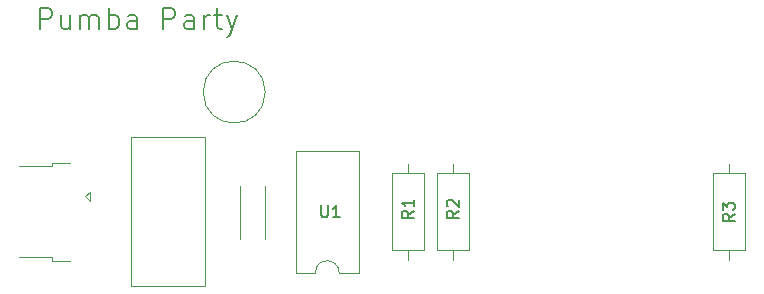
<source format=gbr>
G04 #@! TF.GenerationSoftware,KiCad,Pcbnew,(5.1.8-0-10_14)*
G04 #@! TF.CreationDate,2020-12-18T18:08:01+11:00*
G04 #@! TF.ProjectId,WS2812B_Controller_Board,57533238-3132-4425-9f43-6f6e74726f6c,rev?*
G04 #@! TF.SameCoordinates,Original*
G04 #@! TF.FileFunction,Legend,Top*
G04 #@! TF.FilePolarity,Positive*
%FSLAX46Y46*%
G04 Gerber Fmt 4.6, Leading zero omitted, Abs format (unit mm)*
G04 Created by KiCad (PCBNEW (5.1.8-0-10_14)) date 2020-12-18 18:08:01*
%MOMM*%
%LPD*%
G01*
G04 APERTURE LIST*
%ADD10C,0.200000*%
%ADD11C,0.120000*%
%ADD12C,0.150000*%
G04 APERTURE END LIST*
D10*
X113080571Y-79808285D02*
X113080571Y-78008285D01*
X113766285Y-78008285D01*
X113937714Y-78094000D01*
X114023428Y-78179714D01*
X114109142Y-78351142D01*
X114109142Y-78608285D01*
X114023428Y-78779714D01*
X113937714Y-78865428D01*
X113766285Y-78951142D01*
X113080571Y-78951142D01*
X115652000Y-78608285D02*
X115652000Y-79808285D01*
X114880571Y-78608285D02*
X114880571Y-79551142D01*
X114966285Y-79722571D01*
X115137714Y-79808285D01*
X115394857Y-79808285D01*
X115566285Y-79722571D01*
X115652000Y-79636857D01*
X116509142Y-79808285D02*
X116509142Y-78608285D01*
X116509142Y-78779714D02*
X116594857Y-78694000D01*
X116766285Y-78608285D01*
X117023428Y-78608285D01*
X117194857Y-78694000D01*
X117280571Y-78865428D01*
X117280571Y-79808285D01*
X117280571Y-78865428D02*
X117366285Y-78694000D01*
X117537714Y-78608285D01*
X117794857Y-78608285D01*
X117966285Y-78694000D01*
X118052000Y-78865428D01*
X118052000Y-79808285D01*
X118909142Y-79808285D02*
X118909142Y-78008285D01*
X118909142Y-78694000D02*
X119080571Y-78608285D01*
X119423428Y-78608285D01*
X119594857Y-78694000D01*
X119680571Y-78779714D01*
X119766285Y-78951142D01*
X119766285Y-79465428D01*
X119680571Y-79636857D01*
X119594857Y-79722571D01*
X119423428Y-79808285D01*
X119080571Y-79808285D01*
X118909142Y-79722571D01*
X121309142Y-79808285D02*
X121309142Y-78865428D01*
X121223428Y-78694000D01*
X121052000Y-78608285D01*
X120709142Y-78608285D01*
X120537714Y-78694000D01*
X121309142Y-79722571D02*
X121137714Y-79808285D01*
X120709142Y-79808285D01*
X120537714Y-79722571D01*
X120452000Y-79551142D01*
X120452000Y-79379714D01*
X120537714Y-79208285D01*
X120709142Y-79122571D01*
X121137714Y-79122571D01*
X121309142Y-79036857D01*
X123537714Y-79808285D02*
X123537714Y-78008285D01*
X124223428Y-78008285D01*
X124394857Y-78094000D01*
X124480571Y-78179714D01*
X124566285Y-78351142D01*
X124566285Y-78608285D01*
X124480571Y-78779714D01*
X124394857Y-78865428D01*
X124223428Y-78951142D01*
X123537714Y-78951142D01*
X126109142Y-79808285D02*
X126109142Y-78865428D01*
X126023428Y-78694000D01*
X125852000Y-78608285D01*
X125509142Y-78608285D01*
X125337714Y-78694000D01*
X126109142Y-79722571D02*
X125937714Y-79808285D01*
X125509142Y-79808285D01*
X125337714Y-79722571D01*
X125252000Y-79551142D01*
X125252000Y-79379714D01*
X125337714Y-79208285D01*
X125509142Y-79122571D01*
X125937714Y-79122571D01*
X126109142Y-79036857D01*
X126966285Y-79808285D02*
X126966285Y-78608285D01*
X126966285Y-78951142D02*
X127052000Y-78779714D01*
X127137714Y-78694000D01*
X127309142Y-78608285D01*
X127480571Y-78608285D01*
X127823428Y-78608285D02*
X128509142Y-78608285D01*
X128080571Y-78008285D02*
X128080571Y-79551142D01*
X128166285Y-79722571D01*
X128337714Y-79808285D01*
X128509142Y-79808285D01*
X128937714Y-78608285D02*
X129366285Y-79808285D01*
X129794857Y-78608285D02*
X129366285Y-79808285D01*
X129194857Y-80236857D01*
X129109142Y-80322571D01*
X128937714Y-80408285D01*
D11*
X171450000Y-99290000D02*
X171450000Y-98520000D01*
X171450000Y-91210000D02*
X171450000Y-91980000D01*
X172820000Y-98520000D02*
X172820000Y-91980000D01*
X170080000Y-98520000D02*
X172820000Y-98520000D01*
X170080000Y-91980000D02*
X170080000Y-98520000D01*
X172820000Y-91980000D02*
X170080000Y-91980000D01*
X149452000Y-91980000D02*
X146712000Y-91980000D01*
X146712000Y-91980000D02*
X146712000Y-98520000D01*
X146712000Y-98520000D02*
X149452000Y-98520000D01*
X149452000Y-98520000D02*
X149452000Y-91980000D01*
X148082000Y-91210000D02*
X148082000Y-91980000D01*
X148082000Y-99290000D02*
X148082000Y-98520000D01*
X134764000Y-100390000D02*
X136414000Y-100390000D01*
X134764000Y-90110000D02*
X134764000Y-100390000D01*
X140064000Y-90110000D02*
X134764000Y-90110000D01*
X140064000Y-100390000D02*
X140064000Y-90110000D01*
X138414000Y-100390000D02*
X140064000Y-100390000D01*
X136414000Y-100390000D02*
G75*
G02*
X138414000Y-100390000I1000000J0D01*
G01*
X120802000Y-88950000D02*
X127102000Y-88950000D01*
X127102000Y-88950000D02*
X127102000Y-101550000D01*
X127102000Y-101550000D02*
X120802000Y-101550000D01*
X120802000Y-101550000D02*
X120802000Y-88950000D01*
X145642000Y-91980000D02*
X142902000Y-91980000D01*
X142902000Y-91980000D02*
X142902000Y-98520000D01*
X142902000Y-98520000D02*
X145642000Y-98520000D01*
X145642000Y-98520000D02*
X145642000Y-91980000D01*
X144272000Y-91210000D02*
X144272000Y-91980000D01*
X144272000Y-99290000D02*
X144272000Y-98520000D01*
X114111000Y-91075000D02*
X115661000Y-91075000D01*
X114111000Y-91075000D02*
X114111000Y-91375000D01*
X111311000Y-91375000D02*
X114111000Y-91375000D01*
X114111000Y-99375000D02*
X115661000Y-99375000D01*
X114111000Y-99075000D02*
X114111000Y-99375000D01*
X111311000Y-99075000D02*
X114111000Y-99075000D01*
X117361000Y-94325000D02*
X116911000Y-93925000D01*
X117361000Y-93525000D02*
X117361000Y-94325000D01*
X116911000Y-93925000D02*
X117361000Y-93525000D01*
X132160000Y-85106000D02*
G75*
G03*
X132160000Y-85106000I-2620000J0D01*
G01*
X129994000Y-97560000D02*
X129994000Y-93020000D01*
X132134000Y-97560000D02*
X132134000Y-93020000D01*
X129994000Y-97560000D02*
X130009000Y-97560000D01*
X132119000Y-97560000D02*
X132134000Y-97560000D01*
X129994000Y-93020000D02*
X130009000Y-93020000D01*
X132119000Y-93020000D02*
X132134000Y-93020000D01*
D12*
X171902380Y-95416666D02*
X171426190Y-95750000D01*
X171902380Y-95988095D02*
X170902380Y-95988095D01*
X170902380Y-95607142D01*
X170950000Y-95511904D01*
X170997619Y-95464285D01*
X171092857Y-95416666D01*
X171235714Y-95416666D01*
X171330952Y-95464285D01*
X171378571Y-95511904D01*
X171426190Y-95607142D01*
X171426190Y-95988095D01*
X170902380Y-95083333D02*
X170902380Y-94464285D01*
X171283333Y-94797619D01*
X171283333Y-94654761D01*
X171330952Y-94559523D01*
X171378571Y-94511904D01*
X171473809Y-94464285D01*
X171711904Y-94464285D01*
X171807142Y-94511904D01*
X171854761Y-94559523D01*
X171902380Y-94654761D01*
X171902380Y-94940476D01*
X171854761Y-95035714D01*
X171807142Y-95083333D01*
X148534380Y-95162666D02*
X148058190Y-95496000D01*
X148534380Y-95734095D02*
X147534380Y-95734095D01*
X147534380Y-95353142D01*
X147582000Y-95257904D01*
X147629619Y-95210285D01*
X147724857Y-95162666D01*
X147867714Y-95162666D01*
X147962952Y-95210285D01*
X148010571Y-95257904D01*
X148058190Y-95353142D01*
X148058190Y-95734095D01*
X147629619Y-94781714D02*
X147582000Y-94734095D01*
X147534380Y-94638857D01*
X147534380Y-94400761D01*
X147582000Y-94305523D01*
X147629619Y-94257904D01*
X147724857Y-94210285D01*
X147820095Y-94210285D01*
X147962952Y-94257904D01*
X148534380Y-94829333D01*
X148534380Y-94210285D01*
X136906095Y-94702380D02*
X136906095Y-95511904D01*
X136953714Y-95607142D01*
X137001333Y-95654761D01*
X137096571Y-95702380D01*
X137287047Y-95702380D01*
X137382285Y-95654761D01*
X137429904Y-95607142D01*
X137477523Y-95511904D01*
X137477523Y-94702380D01*
X138477523Y-95702380D02*
X137906095Y-95702380D01*
X138191809Y-95702380D02*
X138191809Y-94702380D01*
X138096571Y-94845238D01*
X138001333Y-94940476D01*
X137906095Y-94988095D01*
X144724380Y-95162666D02*
X144248190Y-95496000D01*
X144724380Y-95734095D02*
X143724380Y-95734095D01*
X143724380Y-95353142D01*
X143772000Y-95257904D01*
X143819619Y-95210285D01*
X143914857Y-95162666D01*
X144057714Y-95162666D01*
X144152952Y-95210285D01*
X144200571Y-95257904D01*
X144248190Y-95353142D01*
X144248190Y-95734095D01*
X144724380Y-94210285D02*
X144724380Y-94781714D01*
X144724380Y-94496000D02*
X143724380Y-94496000D01*
X143867238Y-94591238D01*
X143962476Y-94686476D01*
X144010095Y-94781714D01*
M02*

</source>
